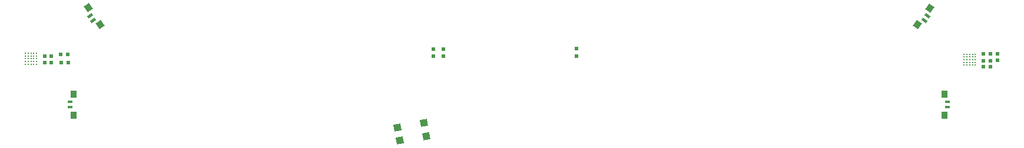
<source format=gtp>
%FSTAX23Y23*%
%MOIN*%
%SFA1B1*%

%IPPOS*%
%AMD22*
4,1,4,0.016100,0.022600,-0.022600,0.016100,-0.016100,-0.022600,0.022600,-0.016100,0.016100,0.022600,0.0*
%
%AMD28*
4,1,4,-0.008300,-0.015500,0.017300,0.002800,0.008300,0.015500,-0.017300,-0.002800,-0.008300,-0.015500,0.0*
%
%AMD29*
4,1,4,-0.025800,0.005700,-0.003000,-0.026200,0.025800,-0.005700,0.003000,0.026200,-0.025800,0.005700,0.0*
%
%AMD30*
4,1,4,0.017300,-0.002800,-0.008300,0.015500,-0.017300,0.002800,0.008300,-0.015500,0.017300,-0.002800,0.0*
%
%AMD31*
4,1,4,0.003000,-0.026200,0.025800,0.005700,-0.003000,0.026200,-0.025800,-0.005700,0.003000,-0.026200,0.0*
%
G04~CAMADD=22~10~0.0~393.7~0.0~0.0~0.0~0.0~0~0.0~0.0~0.0~0.0~0~0.0~0.0~0.0~0.0~0~0.0~0.0~0.0~369.5~393.7~0.0*
%ADD22D22*%
%ADD23C,0.010000*%
%ADD24R,0.022000X0.023620*%
%ADD25R,0.023620X0.022000*%
%ADD26R,0.031500X0.015750*%
%ADD27R,0.035430X0.039370*%
G04~CAMADD=28~9~0.0~0.0~315.0~157.5~0.0~0.0~0~0.0~0.0~0.0~0.0~0~0.0~0.0~0.0~0.0~0~0.0~0.0~0.0~215.5~346.0~309.0*
%ADD28D28*%
G04~CAMADD=29~9~0.0~0.0~393.7~354.3~0.0~0.0~0~0.0~0.0~0.0~0.0~0~0.0~0.0~0.0~0.0~0~0.0~0.0~0.0~125.5~516.0~523.0*
%ADD29D29*%
G04~CAMADD=30~9~0.0~0.0~315.0~157.5~0.0~0.0~0~0.0~0.0~0.0~0.0~0~0.0~0.0~0.0~0.0~0~0.0~0.0~0.0~324.5~346.0~309.0*
%ADD30D30*%
G04~CAMADD=31~9~0.0~0.0~393.7~354.3~0.0~0.0~0~0.0~0.0~0.0~0.0~0~0.0~0.0~0.0~0.0~0~0.0~0.0~0.0~234.5~516.0~523.0*
%ADD31D31*%
%ADD32R,0.021650X0.021650*%
%LNfront_flex-1*%
%LPD*%
G36*
X-0064Y00176D02*
X-00601Y00183D01*
X-00595Y00148*
X-00635Y00142*
X-0064Y00176*
G37*
G36*
X-00653Y0025D02*
X-00613Y00257D01*
X-00608Y00222*
X-00647Y00216*
X-00653Y0025*
G37*
G36*
X-0049Y00202D02*
X-00453Y00208D01*
X-00447Y00173*
X-00485Y00167*
X-0049Y00202*
G37*
G36*
X-00505Y00275D02*
X-00465Y00282D01*
X-0046Y00247*
X-00499Y00241*
X-00505Y00275*
G37*
G54D22*
X-00469Y00187D03*
X-00481Y00261D03*
X-00619Y00162D03*
X-00631Y00236D03*
G54D23*
X-02675Y00597D03*
X-02691D03*
X-02706D03*
X-02722D03*
X-02738D03*
X-02675Y00613D03*
X-02691D03*
X-02706D03*
X-02722D03*
X-02738D03*
X-02675Y00628D03*
X-02691D03*
X-02706D03*
X-02722D03*
X-02738D03*
X-02675Y00644D03*
X-02691D03*
X-02706D03*
X-02722D03*
X-02738D03*
X-02675Y0066D03*
X-02691D03*
X-02706D03*
X-02722D03*
X-02738D03*
X02577Y00654D03*
X02592D03*
X02608D03*
X02624D03*
X0264D03*
X02577Y00639D03*
X02592D03*
X02608D03*
X02624D03*
X0264D03*
X02577Y00623D03*
X02592D03*
X02608D03*
X02624D03*
X0264D03*
X02577Y00607D03*
X02592D03*
X02608D03*
X02624D03*
X0264D03*
X02577Y00591D03*
X02592D03*
X02608D03*
X02624D03*
X0264D03*
G54D24*
X02687Y00581D03*
X02724D03*
X02687Y00656D03*
X02724D03*
X02687Y00616D03*
X02724D03*
X-02533Y00605D03*
X-02495D03*
X-02537Y00651D03*
X-02499D03*
X-02628Y00605D03*
X-02591D03*
Y00643D03*
X-02628D03*
G54D25*
X02765Y00657D03*
Y00619D03*
X-00372Y00644D03*
Y00681D03*
X-00428D03*
Y00644D03*
G54D26*
X-02483Y00382D03*
Y00351D03*
X02483D03*
Y00382D03*
G54D27*
X-02465Y00307D03*
Y00425D03*
X02465Y00425D03*
Y00307D03*
G54D28*
X-02372Y00873D03*
X-02353Y00847D03*
G54D29*
X-02314Y00822D03*
X-02382Y00918D03*
G54D30*
X02352Y00846D03*
X0237Y00872D03*
G54D31*
X02381Y00917D03*
X02312Y00821D03*
G54D32*
X00381Y00687D03*
Y00641D03*
M02*
</source>
